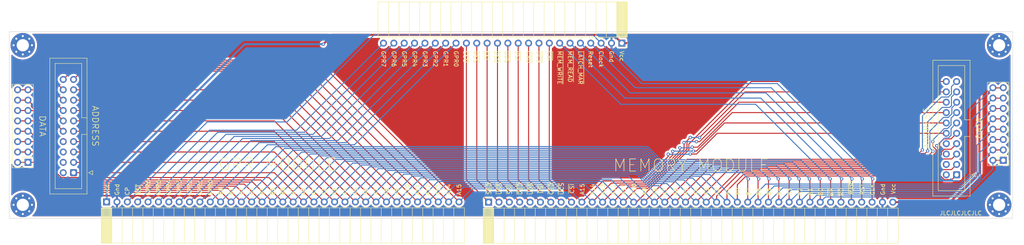
<source format=kicad_pcb>
(kicad_pcb (version 20211014) (generator pcbnew)
  (layers (0 "F.Cu" signal) (31 "B.Cu" signal) (34 "B.Paste" user) (35 "F.Paste" user) (36 "B.SilkS" user "B.Silkscreen") (37 "F.SilkS" user "F.Silkscreen") (38 "B.Mask" user) (39 "F.Mask" user) (44 "Edge.Cuts" user))
  (net 0 "")
  (net 1 "~{MEM_LATCH_MAR}")
  (net 2 "~{MEM_READ}")
  (net 3 "~{MEM_WRITE}")
  (net 4 "RESET")
  (net 5 "CLOCK")
  (net 6 "GND")
  (net 7 "VCC")
  (net 8 "~{CONTROL7}")
  (net 9 "CONTROL6")
  (net 10 "CONTROL5")
  (net 11 "CONTROL4")
  (net 12 "CONTROL3")
  (net 13 "CONTROL2")
  (net 14 "CONTROL1")
  (net 15 "CONTROL0")
  (net 16 "BUS0")
  (net 17 "BUS1")
  (net 18 "BUS2")
  (net 19 "BUS3")
  (net 20 "BUS4")
  (net 21 "BUS5")
  (net 22 "BUS6")
  (net 23 "BUS7")
  (net 32 "~{ASSERT_STACK_SEG}")
  (net 33 "~{EN_STACK_SEG}")
  (net 34 "~{LATCH_STACK_SEG}")
  (net 35 "~{ASSERT_DATA_SEG}")
  (net 36 "~{EN_DATA_SEG}")
  (net 37 "~{LATCH_DATA_SEG}")
  (net 38 "~{ASSERT_CODE_SEG}")
  (net 39 "~{EN_CODE_SEG}")
  (net 40 "~{LATCH_CODE_SEG}")
  (net 41 "A15")
  (net 42 "A14")
  (net 43 "A13")
  (net 44 "A12")
  (net 45 "A11")
  (net 46 "A10")
  (net 47 "A9")
  (net 48 "A8")
  (net 49 "A7")
  (net 50 "A6")
  (net 51 "A5")
  (net 52 "A4")
  (net 53 "A3")
  (net 54 "A2")
  (net 55 "A1")
  (net 56 "A0")
  (footprint "Connector_PinHeader_2.54mm:PinHeader_2x08_P2.54mm_Vertical" (layer "F.Cu") (at 405.892 177.546 180)
    (fp_text reference "J4" hide)
    (fp_text value "Conn_01x08" hide)
  )
  (footprint "MountingHole:MountingHole_3mm_Pad_Via" (layer "F.Cu") (at 165.608 149.352)
    (fp_text reference "REF**" hide)
    (fp_text value "MountingHole_3mm_Pad_Via" hide)
  )
  (footprint "MountingHole:MountingHole_3mm_Pad_Via" (layer "F.Cu") (at 404.876 149.352)
    (fp_text reference "REF**" hide)
    (fp_text value "MountingHole_3mm_Pad_Via" hide)
  )
  (footprint "Connector_IDC:IDC-Header_2x10_P2.54mm_Vertical" (layer "F.Cu") (at 178.054 180.594 180)
    (fp_text reference "J7" hide)
    (fp_text value "Conn_02x20_Odd_Even" hide)
  )
  (footprint "MountingHole:MountingHole_3mm_Pad_Via" (layer "F.Cu") (at 404.876 188.468)
    (fp_text reference "REF**" hide)
    (fp_text value "MountingHole_3mm_Pad_Via" hide)
  )
  (footprint "Connector_IDC:IDC-Header_2x10_P2.54mm_Vertical" (layer "F.Cu") (at 394.462 181.102 180)
    (fp_text reference "J6" hide)
    (fp_text value "Conn_02x20_Odd_Even" hide)
  )
  (footprint "Connector_PinSocket_2.54mm:PinSocket_1x40_P2.54mm_Horizontal" (layer "F.Cu") (at 279.760759 187.808242 90)
    (fp_text reference "J5" hide)
    (fp_text value "Conn_01x40" hide)
  )
  (footprint "Connector_PinHeader_2.54mm:PinHeader_2x08_P2.54mm_Vertical" (layer "F.Cu") (at 166.878 178.054 180)
    (fp_text reference "J3" hide)
    (fp_text value "Conn_01x08" hide)
  )
  (footprint "Connector_PinSocket_2.54mm:PinSocket_1x35_P2.54mm_Horizontal" (layer "F.Cu") (at 186.147323 187.751242 90)
    (fp_text reference "J2" hide)
    (fp_text value "Conn_01x35" hide)
  )
  (footprint "MountingHole:MountingHole_3mm_Pad_Via" (layer "F.Cu") (at 165.608 188.468)
    (fp_text reference "REF**" hide)
    (fp_text value "MountingHole_3mm_Pad_Via" hide)
  )
  (footprint "Connector_PinSocket_2.54mm:PinSocket_1x24_P2.54mm_Horizontal" (layer "F.Cu") (at 312.42 148.844 -90)
    (fp_text reference "J1" hide)
    (fp_text value "Conn_01x24" hide)
  )
  (gr_rect (start 162.306 191.77) (end 408.178 146.05) (layer "Edge.Cuts") (width 0.1) (fill none))
  (gr_text "A9" (at 257.290323 186.223072 90) (layer "F.SilkS") (effects (font (size 1 1)) (justify left)))
  (gr_text "B3" (at 221.730323 186.223072 90) (layer "F.SilkS") (effects (font (size 1 1)) (justify left)))
  (gr_text "A8" (at 320.513323 184.195242 90) (layer "F.SilkS") (effects (font (size 1 1)) (justify right)))
  (gr_text "A13" (at 307.813323 183.179242 90) (layer "F.SilkS") (effects (font (size 1 1)) (justify right)))
  (gr_text "B5" (at 348.453323 184.195242 90) (layer "F.SilkS") (effects (font (size 1 1)) (justify right)))
  (gr_text "A6" (at 325.593323 184.195242 90) (layer "F.SilkS") (effects (font (size 1 1)) (justify right)))
  (gr_text "A12" (at 310.353323 183.179242 90) (layer "F.SilkS") (effects (font (size 1 1)) (justify right)))
  (gr_text "~{CSI}" (at 300.193323 183.179242 90) (layer "F.SilkS") (effects (font (size 1 1)) (justify right)))
  (gr_text "~{UCS}" (at 292.1 150.622 270) (layer "F.SilkS") (effects (font (size 1 1)) (justify left)))
  (gr_text "~{UCS}" (at 297.653323 182.925242 90) (layer "F.SilkS") (effects (font (size 1 1)) (justify right)))
  (gr_text "GPR0" (at 271.78 150.622 270) (layer "F.SilkS") (effects (font (size 1 1)) (justify left)))
  (gr_text "A4" (at 330.673323 184.195242 90) (layer "F.SilkS") (effects (font (size 1 1)) (justify right)))
  (gr_text "~{RD}" (at 366.233323 184.195242 90) (layer "F.SilkS") (effects (font (size 1 1)) (justify right)))
  (gr_text "A15" (at 272.530323 186.223072 90) (layer "F.SilkS") (effects (font (size 1 1)) (justify left)))
  (gr_text "A2" (at 335.753323 184.195242 90) (layer "F.SilkS") (effects (font (size 1 1)) (justify right)))
  (gr_text "Vcc" (at 378.933323 183.179242 90) (layer "F.SilkS") (effects (font (size 1 1)) (justify right)))
  (gr_text "~{DSI}" (at 286.766 150.622 270) (layer "F.SilkS") (effects (font (size 1 1)) (justify left)))
  (gr_text "B7" (at 231.890323 186.223072 90) (layer "F.SilkS") (effects (font (size 1 1)) (justify left)))
  (gr_text "~{SSI}" (at 279.146 150.622 270) (layer "F.SilkS") (effects (font (size 1 1)) (justify left)))
  (gr_text "A10" (at 315.433323 183.179242 90) (layer "F.SilkS") (effects (font (size 1 1)) (justify right)))
  (gr_text "Gnd" (at 188.710323 186.223072 90) (layer "F.SilkS") (effects (font (size 1 1)) (justify left)))
  (gr_text "~{CSO}" (at 295.113323 182.925242 90) (layer "F.SilkS") (effects (font (size 1 1)) (justify right)))
  (gr_text "~{LATCH_MAR}" (at 302.26 150.622 270) (layer "F.SilkS") (effects (font (size 1 1)) (justify left)))
  (gr_text "GPR6" (at 256.54 150.622 270) (layer "F.SilkS") (effects (font (size 1 1)) (justify left)))
  (gr_text "A11" (at 312.893323 183.179242 90) (layer "F.SilkS") (effects (font (size 1 1)) (justify right)))
  (gr_text "DATA" (at 400.05 169.672 90) (layer "F.SilkS") (effects (font (size 1.5 1.5))))
  (gr_text "~{DSO}" (at 281.686 150.622 270) (layer "F.SilkS") (effects (font (size 1 1)) (justify left)))
  (gr_text "GPR1" (at 269.24 150.622 270) (layer "F.SilkS") (effects (font (size 1 1)) (justify left)))
  (gr_text "~{USS}" (at 276.606 150.622 270) (layer "F.SilkS") (effects (font (size 1 1)) (justify left)))
  (gr_text "B2" (at 356.073323 184.195242 90) (layer "F.SilkS") (effects (font (size 1 1)) (justify right)))
  (gr_text "A3" (at 333.213323 184.195242 90) (layer "F.SilkS") (effects (font (size 1 1)) (justify right)))
  (gr_text "Vcc" (at 186.170323 185.969072 90) (layer "F.SilkS") (effects (font (size 1 1)) (justify left)))
  (gr_text "A3" (at 242.050323 186.223072 90) (layer "F.SilkS") (effects (font (size 1 1)) (justify left)))
  (gr_text "A6" (at 249.670323 186.223072 90) (layer "F.SilkS") (effects (font (size 1 1)) (justify left)))
  (gr_text "A11" (at 262.370323 186.223072 90) (layer "F.SilkS") (effects (font (size 1 1)) (justify left)))
  (gr_text "GPR4" (at 201.410323 182.159072 90) (layer "F.SilkS") (effects (font (size 1 1)) (justify right)))
  (gr_text "MEMORY MODULE" (at 329.438 178.816) (layer "F.SilkS") (effects (font (size 3 3))))
  (gr_text "A5" (at 328.133323 184.195242 90) (layer "F.SilkS") (effects (font (size 1 1)) (justify right)))
  (gr_text "~{CSO}" (at 289.56 150.622 270) (layer "F.SilkS") (effects (font (size 1 1)) (justify left)))
  (gr_text "GPR5" (at 259.08 150.622 270) (layer "F.SilkS") (effects (font (size 1 1)) (justify left)))
  (gr_text "~{SSO}" (at 274.066 150.622 270) (layer "F.SilkS") (effects (font (size 1 1)) (justify left)))
  (gr_text "B1" (at 358.613323 184.195242 90) (layer "F.SilkS") (effects (font (size 1 1)) (justify right)))
  (gr_text "A4" (at 244.590323 186.223072 90) (layer "F.SilkS") (effects (font (size 1 1)) (justify left)))
  (gr_text "~{WR}" (at 363.693323 184.195242 90) (layer "F.SilkS") (effects (font (size 1 1)) (justify right)))
  (gr_text "A5" (at 247.130323 186.223072 90) (layer "F.SilkS") (effects (font (size 1 1)) (justify left)))
  (gr_text "A8" (at 254.750323 186.223072 90) (layer "F.SilkS") (effects (font (size 1 1)) (justify left)))
  (gr_text "~{UDS}" (at 284.226 150.622 270) (layer "F.SilkS") (effects (font (size 1 1)) (justify left)))
  (gr_text "~{RST}" (at 194.044323 186.223072 90) (layer "F.SilkS") (effects (font (size 1 1)) (justify left)))
  (gr_text "B7" (at 343.373323 184.195242 90) (layer "F.SilkS") (effects (font (size 1 1)) (justify right)))
  (gr_text "A14" (at 269.990323 186.223072 90) (layer "F.SilkS") (effects (font (size 1 1)) (justify left)))
  (gr_text "GPR6" (at 196.330323 182.159072 90) (layer "F.SilkS") (effects (font (size 1 1)) (justify right)))
  (gr_text "B2" (at 219.190323 186.223072 90) (layer "F.SilkS") (effects (font (size 1 1)) (justify left)))
  (gr_text "GPR1" (at 209.030323 182.159072 90) (layer "F.SilkS") (effects (font (size 1 1)) (justify right)))
  (gr_text "Gnd" (at 376.393323 183.179242 90) (layer "F.SilkS") (effects (font (size 1 1)) (justify right)))
  (gr_text "JLCJLCJLCJLC" (at 395.478 190.5) (layer "F.SilkS") (effects (font (size 1 1))))
  (gr_text "GPR0" (at 211.570323 182.159072 90) (layer "F.SilkS") (effects (font (size 1 1)) (justify right)))
  (gr_text "~{MARI}" (at 368.773323 182.417242 90) (layer "F.SilkS") (effects (font (size 1 1)) (justify right)))
  (gr_text "A13" (at 267.450323 186.223072 90) (layer "F.SilkS") (effects (font (size 1 1)) (justify left)))
  (gr_text "GPR2" (at 266.7 150.622 270) (layer "F.SilkS") (effects (font (size 1 1)) (justify left)))
  (gr_text "A1" (at 338.293323 184.195242 90) (layer "F.SilkS") (effects (font (size 1 1)) (justify right)))
  (gr_text "A0" (at 234.430323 186.223072 90) (layer "F.SilkS") (effects (font (size 1 1)) (justify left)))
  (gr_text "B6" (at 345.913323 184.195242 90) (layer "F.SilkS") (effects (font (size 1 1)) (justify right)))
  (gr_text "CLK" (at 373.853323 183.179242 90) (layer "F.SilkS") (effects (font (size 1 1)) (justify right)))
  (gr_text "Clock" (at 307.34 150.622 270) (layer "F.SilkS") (effects (font (size 1 1)) (justify left)))
  (gr_text "GPR3" (at 203.950323 182.159072 90) (layer "F.SilkS") (effects (font (size 1 1)) (justify right)))
  (gr_text "Reset" (at 304.8 150.622 270) (layer "F.SilkS") (effects (font (size 1 1)) (justify left)))
  (gr_text "RST" (at 371.313323 183.179242 90) (layer "F.SilkS") (effects (font (size 1 1)) (justify right)))
  (gr_text "GPR5" (at 198.870323 182.159072 90) (layer "F.SilkS") (effects (font (size 1 1)) (justify right)))
  (gr_text "~{SSI}" (at 284.953323 183.433242 90) (layer "F.SilkS") (effects (font (size 1 1)) (justify right)))
  (gr_text "B0" (at 361.153323 184.195242 90) (layer "F.SilkS") (effects (font (size 1 1)) (justify right)))
  (gr_text "B6" (at 229.350323 186.223072 90) (layer "F.SilkS") (effects (font (size 1 1)) (justify left)))
  (gr_text "A12" (at 264.910323 186.223072 90) (layer "F.SilkS") (effects (font (size 1 1)) (justify left)))
  (gr_text "~{USS}" (at 282.413323 182.925242 90) (layer "F.SilkS") (effects (font (size 1 1)) (justify right)))
  (gr_text "A14" (at 305.273323 183.179242 90) (layer "F.SilkS") (effects (font (size 1 1)) (justify right)))
  (gr_text "A9" (at 317.973323 184.195242 90) (layer "F.SilkS") (effects (font (size 1 1)) (justify right)))
  (gr_text "~{MEM_READ}" (at 299.72 150.622 270) (layer "F.SilkS") (effects (font (size 1 1)) (justify left)))
  (gr_text "~{SSO}" (at 279.873323 182.925242 90) (layer "F.SilkS") (effects (font (size 1 1)) (justify right)))
  (gr_text "DATA" (at 170.434 169.164 270) (layer "F.SilkS") (effects (font (size 1.5 1.5))))
  (gr_text "A15" (at 302.733323 183.179242 90) (layer "F.SilkS") (effects (font (size 1 1)) (justify right)))
  (gr_text "~{UDS}" (at 290.033323 182.925242 90) (layer "F.SilkS") (effects (font (size 1 1)) (justify right)))
  (gr_text "~{DSI}" (at 292.573323 183.179242 90) (layer "F.SilkS") (effects (font (size 1 1)) (justify right)))
  (gr_text "A0" (at 340.833323 184.195242 90) (layer "F.SilkS") (effects (font (size 1 1)) (justify right)))
  (gr_text "B4" (at 224.270323 186.223072 90) (layer "F.SilkS") (effects (font (size 1 1)) (justify left)))
  (gr_text "B1" (at 216.650323 186.223072 90) (layer "F.SilkS") (effects (font (size 1 1)) (justify left)))
  (gr_text "B3" (at 353.533323 184.195242 90) (layer "F.SilkS") (effects (font (size 1 1)) (justify right)))
  (gr_text "B4" (at 350.993323 184.195242 90) (layer "F.SilkS") (effects (font (size 1 1)) (justify right)))
  (gr_text "B0" (at 214.110323 186.223072 90) (layer "F.SilkS") (effects (font (size 1 1)) (justify left)))
  (gr_text "~{DSO}" (at 287.493323 182.925242 90) (layer "F.SilkS") (effects (font (size 1 1)) (justify right)))
  (gr_text "A2" (at 239.510323 186.223072 90) (layer "F.SilkS") (effects (font (size 1 1)) (justify left)))
  (gr_text "GPR2" (at 206.490323 182.159072 90) (layer "F.SilkS") (effects (font (size 1 1)) (justify right)))
  (gr_text "CP" (at 191.227323 186.223072 90) (layer "F.SilkS") (effects (font (size 1 1)) (justify left)))
  (gr_text "A7" (at 252.210323 186.223072 90) (layer "F.SilkS") (effects (font (size 1 1)) (justify left)))
  (gr_text "GRR MODULE" (at 228.092 178.562) (layer "F.SilkS") (effects (font (size 3 3))))
  (gr_text "~{CSI}" (at 294.64 150.622 270) (layer "F.SilkS") (effects (font (size 1 1)) (justify left)))
  (gr_text "ADDRESS" (at 387.096 169.672 90) (layer "F.SilkS") (effects (font (size 1.5 1.5))))
  (gr_text "A10" (at 259.830323 186.223072 90) (layer "F.SilkS") (effects (font (size 1 1)) (justify left)))
  (gr_text "GPR7" (at 254 150.622 270) (layer "F.SilkS") (effects (font (size 1 1)) (justify left)))
  (gr_text "Vcc" (at 312.42 150.622 270) (layer "F.SilkS") (effects (font (size 1 1)) (justify left)))
  (gr_text "B5" (at 226.810323 186.223072 90) (layer "F.SilkS") (effects (font (size 1 1)) (justify left)))
  (gr_text "~{MEM_WRITE}" (at 297.18 150.622 270) (layer "F.SilkS") (effects (font (size 1 1)) (justify left)))
  (gr_text "GPR4" (at 261.62 150.622 270) (layer "F.SilkS") (effects (font (size 1 1)) (justify left)))
  (gr_text "Gnd" (at 309.88 150.622 270) (layer "F.SilkS") (effects (font (size 1 1)) (justify left)))
  (gr_text "GPR3\n" (at 264.16 150.622 270) (layer "F.SilkS") (effects (font (size 1 1)) (justify left)))
  (gr_text "A1" (at 236.970323 186.223072 90) (layer "F.SilkS") (effects (font (size 1 1)) (justify left)))
  (gr_text "A7" (at 323.053323 184.195242 90) (layer "F.SilkS") (effects (font (size 1 1)) (justify right)))
  (gr_text "ADDRESS" (at 183.388 169.164 270) (layer "F.SilkS") (effects (font (size 1.5 1.5))))
  (segment (start 368.660759 182.265241) (end 368.808 182.118) (width 0.25) (layer "F.Cu") (net 1))
  (segment (start 368.660759 187.808242) (end 368.660759 182.265241) (width 0.25) (layer "F.Cu") (net 1))
  (via (at 368.808 182.118) (size 0.8) (drill 0.4) (layers "F.Cu" "B.Cu") (net 1))
  (segment (start 347.726 161.036) (end 314.452 161.036) (width 0.25) (layer "B.Cu") (net 1))
  (segment (start 314.452 161.036) (end 302.26 148.844) (width 0.25) (layer "B.Cu") (net 1))
  (segment (start 368.808 182.118) (end 347.726 161.036) (width 0.25) (layer "B.Cu") (net 1))
  (segment (start 366.120759 182.265241) (end 366.120759 187.808242) (width 0.25) (layer "F.Cu") (net 2))
  (segment (start 366.268 182.118) (end 366.120759 182.265241) (width 0.25) (layer "F.Cu") (net 2))
  (via (at 366.268 182.118) (size 0.8) (drill 0.4) (layers "F.Cu" "B.Cu") (net 2))
  (segment (start 313.182 162.306) (end 346.456 162.306) (width 0.25) (layer "B.Cu") (net 2))
  (segment (start 299.72 148.844) (end 313.182 162.306) (width 0.25) (layer "B.Cu") (net 2))
  (segment (start 346.456 162.306) (end 366.268 182.118) (width 0.25) (layer "B.Cu") (net 2))
  (segment (start 363.580759 182.224759) (end 363.474 182.118) (width 0.25) (layer "F.Cu") (net 3))
  (segment (start 363.580759 187.808242) (end 363.580759 182.224759) (width 0.25) (layer "F.Cu") (net 3))
  (via (at 363.474 182.118) (size 0.8) (drill 0.4) (layers "F.Cu" "B.Cu") (net 3))
  (segment (start 312.166 163.83) (end 297.18 148.844) (width 0.25) (layer "B.Cu") (net 3))
  (segment (start 345.186 163.83) (end 312.166 163.83) (width 0.25) (layer "B.Cu") (net 3))
  (segment (start 363.474 182.118) (end 345.186 163.83) (width 0.25) (layer "B.Cu") (net 3))
  (segment (start 371.200759 182.265241) (end 371.200759 187.808242) (width 0.25) (layer "F.Cu") (net 4))
  (segment (start 371.348 182.118) (end 371.200759 182.265241) (width 0.25) (layer "F.Cu") (net 4))
  (via (at 371.348 182.118) (size 0.8) (drill 0.4) (layers "F.Cu" "B.Cu") (net 4))
  (segment (start 304.8 148.844) (end 315.722 159.766) (width 0.25) (layer "B.Cu") (net 4))
  (segment (start 315.722 159.766) (end 329.438 159.766) (width 0.25) (layer "B.Cu") (net 4))
  (segment (start 329.438 159.766) (end 348.996 159.766) (width 0.25) (layer "B.Cu") (net 4))
  (segment (start 348.996 159.766) (end 371.348 182.118) (width 0.25) (layer "B.Cu") (net 4))
  (segment (start 373.740759 187.808242) (end 373.740759 182.265241) (width 0.25) (layer "F.Cu") (net 5))
  (segment (start 373.740759 182.265241) (end 373.888 182.118) (width 0.25) (layer "F.Cu") (net 5))
  (via (at 373.888 182.118) (size 0.8) (drill 0.4) (layers "F.Cu" "B.Cu") (net 5))
  (segment (start 317.246 158.75) (end 307.34 148.844) (width 0.25) (layer "B.Cu") (net 5))
  (segment (start 210.830565 168.148) (end 230.378 168.148) (width 0.25) (layer "B.Cu") (net 5))
  (segment (start 350.52 158.75) (end 317.246 158.75) (width 0.25) (layer "B.Cu") (net 5))
  (segment (start 305.308 146.812) (end 307.34 148.844) (width 0.25) (layer "B.Cu") (net 5))
  (segment (start 191.227323 187.751242) (end 210.830565 168.148) (width 0.25) (layer "B.Cu") (net 5))
  (segment (start 230.378 168.148) (end 251.714 146.812) (width 0.25) (layer "B.Cu") (net 5))
  (segment (start 373.888 182.118) (end 350.52 158.75) (width 0.25) (layer "B.Cu") (net 5))
  (segment (start 251.714 146.812) (end 305.308 146.812) (width 0.25) (layer "B.Cu") (net 5))
  (segment (start 239.268 149.098) (end 241.554 146.812) (width 0.5) (layer "F.Cu") (net 7))
  (segment (start 400.05 158.75) (end 400.05 180.594) (width 0.5) (layer "F.Cu") (net 7))
  (segment (start 312.42 148.844) (end 390.144 148.844) (width 0.5) (layer "F.Cu") (net 7))
  (segment (start 400.05 180.594) (end 392.835758 187.808242) (width 0.5) (layer "F.Cu") (net 7))
  (segment (start 310.388 146.812) (end 312.42 148.844) (width 0.5) (layer "F.Cu") (net 7))
  (segment (start 390.144 148.844) (end 400.05 158.75) (width 0.5) (layer "F.Cu") (net 7))
  (segment (start 241.554 146.812) (end 310.388 146.812) (width 0.5) (layer "F.Cu") (net 7))
  (segment (start 392.835758 187.808242) (end 378.820759 187.808242) (width 0.5) (layer "F.Cu") (net 7))
  (via (at 239.268 149.098) (size 0.8) (drill 0.4) (layers "F.Cu" "B.Cu") (net 7))
  (segment (start 186.147323 182.914677) (end 201.422 167.64) (width 0.5) (layer "B.Cu") (net 7))
  (segment (start 186.147323 187.751242) (end 186.147323 182.914677) (width 0.5) (layer "B.Cu") (net 7))
  (segment (start 201.422 167.64) (end 219.964 149.098) (width 0.5) (layer "B.Cu") (net 7))
  (segment (start 219.964 149.098) (end 239.268 149.098) (width 0.5) (layer "B.Cu") (net 7))
  (segment (start 254 148.844) (end 232.664 170.18) (width 0.25) (layer "B.Cu") (net 8))
  (segment (start 211.338565 170.18) (end 193.767323 187.751242) (width 0.25) (layer "B.Cu") (net 8))
  (segment (start 232.664 170.18) (end 211.338565 170.18) (width 0.25) (layer "B.Cu") (net 8))
  (segment (start 213.370565 170.688) (end 196.307323 187.751242) (width 0.25) (layer "B.Cu") (net 9))
  (segment (start 234.696 170.688) (end 213.370565 170.688) (width 0.25) (layer "B.Cu") (net 9))
  (segment (start 256.54 148.844) (end 234.696 170.688) (width 0.25) (layer "B.Cu") (net 9))
  (segment (start 215.402565 171.196) (end 198.847323 187.751242) (width 0.25) (layer "B.Cu") (net 10))
  (segment (start 236.728 171.196) (end 215.402565 171.196) (width 0.25) (layer "B.Cu") (net 10))
  (segment (start 259.08 148.844) (end 236.728 171.196) (width 0.25) (layer "B.Cu") (net 10))
  (segment (start 217.434565 171.704) (end 201.387323 187.751242) (width 0.25) (layer "B.Cu") (net 11))
  (segment (start 238.76 171.704) (end 217.434565 171.704) (width 0.25) (layer "B.Cu") (net 11))
  (segment (start 261.62 148.844) (end 238.76 171.704) (width 0.25) (layer "B.Cu") (net 11))
  (segment (start 264.16 148.844) (end 240.792 172.212) (width 0.25) (layer "B.Cu") (net 12))
  (segment (start 219.466565 172.212) (end 203.927323 187.751242) (width 0.25) (layer "B.Cu") (net 12))
  (segment (start 240.792 172.212) (end 219.466565 172.212) (width 0.25) (layer "B.Cu") (net 12))
  (segment (start 221.498565 172.72) (end 206.467323 187.751242) (width 0.25) (layer "B.Cu") (net 13))
  (segment (start 266.7 148.844) (end 242.824 172.72) (width 0.25) (layer "B.Cu") (net 13))
  (segment (start 242.824 172.72) (end 221.498565 172.72) (width 0.25) (layer "B.Cu") (net 13))
  (segment (start 269.24 148.844) (end 244.856 173.228) (width 0.25) (layer "B.Cu") (net 14))
  (segment (start 223.530565 173.228) (end 209.007323 187.751242) (width 0.25) (layer "B.Cu") (net 14))
  (segment (start 244.856 173.228) (end 223.530565 173.228) (width 0.25) (layer "B.Cu") (net 14))
  (segment (start 225.562565 173.736) (end 211.547323 187.751242) (width 0.25) (layer "B.Cu") (net 15))
  (segment (start 271.78 148.844) (end 246.888 173.736) (width 0.25) (layer "B.Cu") (net 15))
  (segment (start 246.888 173.736) (end 225.562565 173.736) (width 0.25) (layer "B.Cu") (net 15))
  (segment (start 211.756081 185.42) (end 173.99 185.42) (width 0.25) (layer "F.Cu") (net 16))
  (segment (start 360.934 182.118) (end 361.040759 182.224759) (width 0.25) (layer "F.Cu") (net 16))
  (segment (start 214.087323 187.751242) (end 211.756081 185.42) (width 0.25) (layer "F.Cu") (net 16))
  (segment (start 168.402 178.054) (end 164.338 178.054) (width 0.25) (layer "F.Cu") (net 16))
  (segment (start 169.926 179.578) (end 168.402 178.054) (width 0.25) (layer "F.Cu") (net 16))
  (segment (start 169.926 181.356) (end 169.926 179.578) (width 0.25) (layer "F.Cu") (net 16))
  (segment (start 405.892 177.546) (end 403.352 177.546) (width 0.25) (layer "F.Cu") (net 16))
  (segment (start 361.040759 182.224759) (end 361.040759 187.808242) (width 0.25) (layer "F.Cu") (net 16))
  (segment (start 173.99 185.42) (end 169.926 181.356) (width 0.25) (layer "F.Cu") (net 16))
  (via (at 360.934 182.118) (size 0.8) (drill 0.4) (layers "F.Cu" "B.Cu") (net 16))
  (segment (start 403.352 179.709928) (end 396.527354 186.534574) (width 0.25) (layer "B.Cu") (net 16))
  (segment (start 396.527354 186.534574) (end 362.314427 186.534574) (width 0.25) (layer "B.Cu") (net 16))
  (segment (start 403.352 177.546) (end 403.352 179.709928) (width 0.25) (layer "B.Cu") (net 16))
  (segment (start 318.72828 174.20228) (end 321.93498 177.40898) (width 0.25) (layer "B.Cu") (net 16))
  (segment (start 321.93498 177.40898) (end 356.22498 177.40898) (width 0.25) (layer "B.Cu") (net 16))
  (segment (start 362.314427 186.534574) (end 361.040759 187.808242) (width 0.25) (layer "B.Cu") (net 16))
  (segment (start 214.087323 187.751242) (end 227.636285 174.20228) (width 0.25) (layer "B.Cu") (net 16))
  (segment (start 227.636285 174.20228) (end 318.72828 174.20228) (width 0.25) (layer "B.Cu") (net 16))
  (segment (start 356.22498 177.40898) (end 360.934 182.118) (width 0.25) (layer "B.Cu") (net 16))
  (segment (start 170.434 177.038) (end 168.91 175.514) (width 0.25) (layer "F.Cu") (net 17))
  (segment (start 358.500759 187.808242) (end 358.500759 182.224759) (width 0.25) (layer "F.Cu") (net 17))
  (segment (start 213.788081 184.912) (end 174.244 184.912) (width 0.25) (layer "F.Cu") (net 17))
  (segment (start 170.434 181.102) (end 170.434 177.038) (width 0.25) (layer "F.Cu") (net 17))
  (segment (start 174.244 184.912) (end 170.434 181.102) (width 0.25) (layer "F.Cu") (net 17))
  (segment (start 168.91 175.514) (end 164.338 175.514) (width 0.25) (layer "F.Cu") (net 17))
  (segment (start 358.500759 182.224759) (end 358.394 182.118) (width 0.25) (layer "F.Cu") (net 17))
  (segment (start 216.627323 187.751242) (end 213.788081 184.912) (width 0.25) (layer "F.Cu") (net 17))
  (segment (start 405.887 175.021) (end 403.347 175.021) (width 0.25) (layer "F.Cu") (net 17))
  (via (at 358.394 182.118) (size 0.8) (drill 0.4) (layers "F.Cu" "B.Cu") (net 17))
  (segment (start 318.542087 174.651791) (end 229.726775 174.65179) (width 0.25) (layer "B.Cu") (net 17))
  (segment (start 354.134491 177.858491) (end 321.748786 177.85849) (width 0.25) (layer "B.Cu") (net 17))
  (segment (start 321.748786 177.85849) (end 318.542087 174.651791) (width 0.25) (layer "B.Cu") (net 17))
  (segment (start 396.341161 186.085063) (end 400.362487 182.063737) (width 0.25) (layer "B.Cu") (net 17))
  (segment (start 358.500759 187.808242) (end 360.223938 186.085063) (width 0.25) (layer "B.Cu") (net 17))
  (segment (start 358.394 182.118) (end 354.134491 177.858491) (width 0.25) (layer "B.Cu") (net 17))
  (segment (start 229.726775 174.65179) (end 216.627323 187.751242) (width 0.25) (layer "B.Cu") (net 17))
  (segment (start 400.362487 177.995513) (end 403.352 175.006) (width 0.25) (layer "B.Cu") (net 17))
  (segment (start 400.362487 182.063737) (end 400.362487 177.995513) (width 0.25) (layer "B.Cu") (net 17))
  (segment (start 360.223938 186.085063) (end 396.341161 186.085063) (width 0.25) (layer "B.Cu") (net 17))
  (segment (start 170.942 180.974296) (end 174.371704 184.404) (width 0.25) (layer "F.Cu") (net 18))
  (segment (start 164.338 172.974) (end 169.164 172.974) (width 0.25) (layer "F.Cu") (net 18))
  (segment (start 174.371704 184.404) (end 215.820081 184.404) (width 0.25) (layer "F.Cu") (net 18))
  (segment (start 169.164 172.974) (end 170.942 174.752) (width 0.25) (layer "F.Cu") (net 18))
  (segment (start 355.960759 182.224759) (end 355.960759 187.808242) (width 0.25) (layer "F.Cu") (net 18))
  (segment (start 215.820081 184.404) (end 219.167323 187.751242) (width 0.25) (layer "F.Cu") (net 18))
  (segment (start 355.854 182.118) (end 355.960759 182.224759) (width 0.25) (layer "F.Cu") (net 18))
  (segment (start 170.942 174.752) (end 170.942 180.974296) (width 0.25) (layer "F.Cu") (net 18))
  (segment (start 405.887 172.481) (end 403.347 172.481) (width 0.25) (layer "F.Cu") (net 18))
  (via (at 355.854 182.118) (size 0.8) (drill 0.4) (layers "F.Cu" "B.Cu") (net 18))
  (segment (start 231.817264 175.101301) (end 318.355894 175.101302) (width 0.25) (layer "B.Cu") (net 18))
  (segment (start 396.154967 185.635553) (end 358.133448 185.635553) (width 0.25) (layer "B.Cu") (net 18))
  (segment (start 358.133448 185.635553) (end 355.960759 187.808242) (width 0.25) (layer "B.Cu") (net 18))
  (segment (start 318.355894 175.101302) (end 321.562593 178.308001) (width 0.25) (layer "B.Cu") (net 18))
  (segment (start 219.167323 187.751242) (end 231.817264 175.101301) (width 0.25) (layer "B.Cu") (net 18))
  (segment (start 399.912978 175.905022) (end 399.912976 181.877544) (width 0.25) (layer "B.Cu") (net 18))
  (segment (start 352.044001 178.308001) (end 355.854 182.118) (width 0.25) (layer "B.Cu") (net 18))
  (segment (start 321.562593 178.308001) (end 352.044001 178.308001) (width 0.25) (layer "B.Cu") (net 18))
  (segment (start 403.352 172.466) (end 399.912978 175.905022) (width 0.25) (layer "B.Cu") (net 18))
  (segment (start 399.912976 181.877544) (end 396.154967 185.635553) (width 0.25) (layer "B.Cu") (net 18))
  (segment (start 353.420759 187.808242) (end 353.420759 182.265241) (width 0.25) (layer "F.Cu") (net 19))
  (segment (start 217.852081 183.896) (end 174.499408 183.896) (width 0.25) (layer "F.Cu") (net 19))
  (segment (start 167.259704 170.434) (end 164.338 170.434) (width 0.25) (layer "F.Cu") (net 19))
  (segment (start 353.420759 182.265241) (end 353.568 182.118) (width 0.25) (layer "F.Cu") (net 19))
  (segment (start 405.882 169.956) (end 403.342 169.956) (width 0.25) (layer "F.Cu") (net 19))
  (segment (start 174.499408 183.896) (end 171.391511 180.788103) (width 0.25) (layer "F.Cu") (net 19))
  (segment (start 221.707323 187.751242) (end 217.852081 183.896) (width 0.25) (layer "F.Cu") (net 19))
  (segment (start 171.391511 180.788103) (end 171.39151 174.565806) (width 0.25) (layer "F.Cu") (net 19))
  (segment (start 171.39151 174.565806) (end 167.259704 170.434) (width 0.25) (layer "F.Cu") (net 19))
  (via (at 353.568 182.118) (size 0.8) (drill 0.4) (layers "F.Cu" "B.Cu") (net 19))
  (segment (start 233.907752 175.550813) (end 221.707323 187.751242) (width 0.25) (layer "B.Cu") (net 19))
  (segment (start 318.169701 175.550813) (end 233.907752 175.550813) (width 0.25) (layer "B.Cu") (net 19))
  (segment (start 356.042959 185.186042) (end 395.968774 185.186042) (width 0.25) (layer "B.Cu") (net 19))
  (segment (start 353.568 182.118) (end 350.207512 178.757512) (width 0.25) (layer "B.Cu") (net 19))
  (segment (start 395.968774 185.186042) (end 399.463466 181.69135) (width 0.25) (layer "B.Cu") (net 19))
  (segment (start 399.463466 181.69135) (end 399.463466 173.814534) (width 0.25) (layer "B.Cu") (net 19))
  (segment (start 321.376399 178.757511) (end 318.169701 175.550813) (width 0.25) (layer "B.Cu") (net 19))
  (segment (start 350.207512 178.757512) (end 321.376399 178.757511) (width 0.25) (layer "B.Cu") (net 19))
  (segment (start 353.420759 187.808242) (end 356.042959 185.186042) (width 0.25) (layer "B.Cu") (net 19))
  (segment (start 399.463466 173.814534) (end 403.352 169.926) (width 0.25) (layer "B.Cu") (net 19))
  (segment (start 171.841021 169.809021) (end 171.841021 180.601909) (width 0.25) (layer "F.Cu") (net 20))
  (segment (start 350.880759 182.224759) (end 350.880759 187.808242) (width 0.25) (layer "F.Cu") (net 20))
  (segment (start 350.774 182.118) (end 350.880759 182.224759) (width 0.25) (layer "F.Cu") (net 20))
  (segment (start 219.884081 183.388) (end 224.247323 187.751242) (width 0.25) (layer "F.Cu") (net 20))
  (segment (start 171.841021 180.601909) (end 174.627112 183.388) (width 0.25) (layer "F.Cu") (net 20))
  (segment (start 405.887 167.401) (end 403.347 167.401) (width 0.25) (layer "F.Cu") (net 20))
  (segment (start 174.627112 183.388) (end 219.884081 183.388) (width 0.25) (layer "F.Cu") (net 20))
  (segment (start 164.338 167.894) (end 169.926 167.894) (width 0.25) (layer "F.Cu") (net 20))
  (segment (start 169.926 167.894) (end 171.841021 169.809021) (width 0.25) (layer "F.Cu") (net 20))
  (via (at 350.774 182.118) (size 0.8) (drill 0.4) (layers "F.Cu" "B.Cu") (net 20))
  (segment (start 399.013956 171.724044) (end 399.013955 181.505157) (width 0.25) (layer "B.Cu") (net 20))
  (segment (start 317.983508 176.000324) (end 321.190206 179.207022) (width 0.25) (layer "B.Cu") (net 20))
  (segment (start 399.013955 181.505157) (end 395.78258 184.736532) (width 0.25) (layer "B.Cu") (net 20))
  (segment (start 395.78258 184.736532) (end 353.952469 184.736532) (width 0.25) (layer "B.Cu") (net 20))
  (segment (start 224.247323 187.751242) (end 235.998241 176.000324) (width 0.25) (layer "B.Cu") (net 20))
  (segment (start 321.190206 179.207022) (end 347.863023 179.207023) (width 0.25) (layer "B.Cu") (net 20))
  (segment (start 403.352 167.386) (end 399.013956 171.724044) (width 0.25) (layer "B.Cu") (net 20))
  (segment (start 347.863023 179.207023) (end 350.774 182.118) (width 0.25) (layer "B.Cu") (net 20))
  (segment (start 235.998241 176.000324) (end 317.983508 176.000324) (width 0.25) (layer "B.Cu") (net 20))
  (segment (start 353.952469 184.736532) (end 350.880759 187.808242) (width 0.25) (layer "B.Cu") (net 20))
  (segment (start 174.867582 182.88) (end 172.290533 180.302951) (width 0.25) (layer "F.Cu") (net 21))
  (segment (start 172.290531 169.622827) (end 168.021704 165.354) (width 0.25) (layer "F.Cu") (net 21))
  (segment (start 348.340759 182.265241) (end 348.488 182.118) (width 0.25) (layer "F.Cu") (net 21))
  (segment (start 172.290533 180.302951) (end 172.290531 169.622827) (width 0.25) (layer "F.Cu") (net 21))
  (segment (start 168.021704 165.354) (end 164.338 165.354) (width 0.25) (layer "F.Cu") (net 21))
  (segment (start 221.916081 182.88) (end 174.867582 182.88) (width 0.25) (layer "F.Cu") (net 21))
  (segment (start 348.340759 187.808242) (end 348.340759 182.265241) (width 0.25) (layer "F.Cu") (net 21))
  (segment (start 405.882 164.876) (end 403.342 164.876) (width 0.25) (layer "F.Cu") (net 21))
  (segment (start 226.787323 187.751242) (end 221.916081 182.88) (width 0.25) (layer "F.Cu") (net 21))
  (via (at 348.488 182.118) (size 0.8) (drill 0.4) (layers "F.Cu" "B.Cu") (net 21))
  (segment (start 346.026534 179.656534) (end 321.004013 179.656533) (width 0.25) (layer "B.Cu") (net 21))
  (segment (start 398.564444 181.318964) (end 398.564445 169.633555) (width 0.25) (layer "B.Cu") (net 21))
  (segment (start 321.004013 179.656533) (end 317.797315 176.449835) (width 0.25) (layer "B.Cu") (net 21))
  (segment (start 238.08873 176.449835) (end 226.787323 187.751242) (width 0.25) (layer "B.Cu") (net 21))
  (segment (start 348.340759 187.808242) (end 351.86198 184.287021) (width 0.25) (layer "B.Cu") (net 21))
  (segment (start 395.596387 184.287021) (end 398.564444 181.318964) (width 0.25) (layer "B.Cu") (net 21))
  (segment (start 348.488 182.118) (end 346.026534 179.656534) (width 0.25) (layer "B.Cu") (net 21))
  (segment (start 398.564445 169.633555) (end 403.352 164.846) (width 0.25) (layer "B.Cu") (net 21))
  (segment (start 317.797315 176.449835) (end 238.08873 176.449835) (width 0.25) (layer "B.Cu") (net 21))
  (segment (start 351.86198 184.287021) (end 395.596387 184.287021) (width 0.25) (layer "B.Cu") (net 21))
  (segment (start 405.882 162.336) (end 403.342 162.336) (width 0.25) (layer "F.Cu") (net 22))
  (segment (start 167.728 164.424592) (end 172.740042 169.436634) (width 0.25) (layer "F.Cu") (net 22))
  (segment (start 174.995286 182.372) (end 223.948081 182.372) (width 0.25) (layer "F.Cu") (net 22))
  (segment (start 172.740044 180.116758) (end 174.995286 182.372) (width 0.25) (layer "F.Cu") (net 22))
  (segment (start 172.740042 174.007226) (end 172.740044 180.116758) (width 0.25) (layer "F.Cu") (net 22))
  (segment (start 345.948 182.118) (end 345.800759 182.265241) (width 0.25) (layer "F.Cu") (net 22))
  (segment (start 345.800759 182.265241) (end 345.800759 187.808242) (width 0.25) (layer "F.Cu") (net 22))
  (segment (start 172.740042 169.436634) (end 172.740042 174.007226) (width 0.25) (layer "F.Cu") (net 22))
  (segment (start 164.338 162.814) (end 166.878 162.814) (width 0.25) (layer "F.Cu") (net 22))
  (segment (start 166.878 162.814) (end 167.728 163.664) (width 0.25) (layer "F.Cu") (net 22))
  (segment (start 167.728 163.664) (end 167.728 164.424592) (width 0.25) (layer "F.Cu") (net 22))
  (segment (start 223.948081 182.372) (end 229.327323 187.751242) (width 0.25) (layer "F.Cu") (net 22))
  (via (at 345.948 182.118) (size 0.8) (drill 0.4) (layers "F.Cu" "B.Cu") (net 22))
  (segment (start 395.410193 183.837511) (end 349.771491 183.83751) (width 0.25) (layer "B.Cu") (net 22))
  (segment (start 240.179219 176.899346) (end 317.611122 176.899346) (width 0.25) (layer "B.Cu") (net 22))
  (segment (start 349.771491 183.83751) (end 345.800759 187.808242) (width 0.25) (layer "B.Cu") (net 22))
  (segment (start 398.114933 181.132771) (end 395.410193 183.837511) (width 0.25) (layer "B.Cu") (net 22))
  (segment (start 229.327323 187.751242) (end 240.179219 176.899346) (width 0.25) (layer "B.Cu") (net 22))
  (segment (start 320.81782 180.106044) (end 343.936045 180.106045) (width 0.25) (layer "B.Cu") (net 22))
  (segment (start 398.114934 167.543066) (end 398.114933 181.132771) (width 0.25) (layer "B.Cu") (net 22))
  (segment (start 343.936045 180.106045) (end 345.948 182.118) (width 0.25) (layer "B.Cu") (net 22))
  (segment (start 403.352 162.306) (end 398.114934 167.543066) (width 0.25) (layer "B.Cu") (net 22))
  (segment (start 317.611122 176.899346) (end 320.81782 180.106044) (width 0.25) (layer "B.Cu") (net 22))
  (segment (start 173.189555 168.870147) (end 171.39151 167.072102) (width 0.25) (layer "F.Cu") (net 23))
  (segment (start 173.189555 179.930565) (end 173.189555 168.870147) (width 0.25) (layer "F.Cu") (net 23))
  (segment (start 169.164 160.274) (end 164.338 160.274) (width 0.25) (layer "F.Cu") (net 23))
  (segment (start 405.877 159.811) (end 403.337 159.811) (width 0.25) (layer "F.Cu") (net 23))
  (segment (start 171.39151 162.50151) (end 169.164 160.274) (width 0.25) (layer "F.Cu") (net 23))
  (segment (start 175.027501 181.768511) (end 173.189555 179.930565) (width 0.25) (layer "F.Cu") (net 23))
  (segment (start 343.260759 187.808242) (end 343.260759 182.265241) (width 0.25) (layer "F.Cu") (net 23))
  (segment (start 171.39151 167.072102) (end 171.39151 162.50151) (width 0.25) (layer "F.Cu") (net 23))
  (segment (start 231.867323 187.751242) (end 225.884592 181.768511) (width 0.25) (layer "F.Cu") (net 23))
  (segment (start 225.884592 181.768511) (end 175.027501 181.768511) (width 0.25) (layer "F.Cu") (net 23))
  (segment (start 343.260759 182.265241) (end 343.408 182.118) (width 0.25) (layer "F.Cu") (net 23))
  (via (at 343.408 182.118) (size 0.8) (drill 0.4) (layers "F.Cu" "B.Cu") (net 23))
  (segment (start 395.224 183.388) (end 347.681001 183.388) (width 0.25) (layer "B.Cu") (net 23))
  (segment (start 397.665423 165.452577) (end 397.665423 180.946577) (width 0.25) (layer "B.Cu") (net 23))
  (segment (start 341.845556 180.555556) (end 320.631627 180.555555) (width 0.25) (layer "B.Cu") (net 23))
  (segment (start 343.408 182.118) (end 341.845556 180.555556) (width 0.25) (layer "B.Cu") (net 23))
  (segment (start 320.631627 180.555555) (end 317.424929 177.348857) (width 0.25) (layer "B.Cu") (net 23))
  (segment (start 242.269708 177.348857) (end 231.867323 187.751242) (width 0.25) (layer "B.Cu") (net 23))
  (segment (start 403.352 159.766) (end 397.665423 165.452577) (width 0.25) (layer "B.Cu") (net 23))
  (segment (start 347.681001 183.388) (end 343.260759 187.808242) (width 0.25) (layer "B.Cu") (net 23))
  (segment (start 317.424929 177.348857) (end 242.269708 177.348857) (width 0.25) (layer "B.Cu") (net 23))
  (segment (start 397.665423 180.946577) (end 395.224 183.388) (width 0.25) (layer "B.Cu") (net 23))
  (segment (start 274.32 182.367483) (end 279.760759 187.808242) (width 0.25) (layer "F.Cu") (net 32))
  (segment (start 274.32 148.844) (end 274.32 182.367483) (width 0.25) (layer "F.Cu") (net 32))
  (segment (start 276.86 182.367483) (end 282.300759 187.808242) (width 0.25) (layer "F.Cu") (net 33))
  (segment (start 276.86 148.844) (end 276.86 182.367483) (width 0.25) (layer "F.Cu") (net 33))
  (segment (start 279.4 148.844) (end 279.4 182.367483) (width 0.25) (layer "F.Cu") (net 34))
  (segment (start 279.4 182.367483) (end 284.840759 187.808242) (width 0.25) (layer "F.Cu") (net 34))
  (segment (start 281.94 148.844) (end 281.94 182.367483) (width 0.25) (layer "F.Cu") (net 35))
  (segment (start 281.94 182.367483) (end 287.380759 187.808242) (width 0.25) (layer "F.Cu") (net 35))
  (segment (start 284.48 148.844) (end 284.48 182.367483) (width 0.25) (layer "F.Cu") (net 36))
  (segment (start 284.48 182.367483) (end 289.920759 187.808242) (width 0.25) (layer "F.Cu") (net 36))
  (segment (start 287.02 182.367483) (end 292.460759 187.808242) (width 0.25) (layer "F.Cu") (net 37))
  (segment (start 287.02 148.844) (end 287.02 182.367483) (width 0.25) (layer "F.Cu") (net 37))
  (segment (start 289.56 148.844) (end 289.56 182.367483) (width 0.25) (layer "F.Cu") (net 38))
  (segment (start 289.56 182.367483) (end 295.000759 187.808242) (width 0.25) (layer "F.Cu") (net 38))
  (segment (start 292.1 182.367483) (end 297.540759 187.808242) (width 0.25) (layer "F.Cu") (net 39))
  (segment (start 292.1 148.844) (end 292.1 182.367483) (width 0.25) (layer "F.Cu") (net 39))
  (segment (start 294.64 182.367483) (end 300.080759 187.808242) (width 0.25) (layer "F.Cu") (net 40))
  (segment (start 294.64 148.844) (end 294.64 182.367483) (width 0.25) (layer "F.Cu") (net 40))
  (segment (start 335.788 170.942) (end 330.708 176.022) (width 0.25) (layer "F.Cu") (net 41))
  (segment (start 237.761018 153.004937) (end 175.671063 153.004937) (width 0.25) (layer "F.Cu") (net 41))
  (segment (start 302.620759 187.808242) (end 307.803001 182.626) (width 0.25) (layer "F.Cu") (net 41))
  (segment (start 175.671063 153.004937) (end 171.958 156.718) (width 0.25) (layer "F.Cu") (net 41))
  (segment (start 317.754 182.626) (end 323.794392 176.585608) (width 0.25) (layer "F.Cu") (net 41))
  (segment (start 323.794392 176.585608) (end 323.794392 176.077607) (width 0.25) (layer "F.Cu") (net 41))
  (segment (start 391.922 170.942) (end 335.788 170.942) (width 0.25) (layer "F.Cu") (net 41))
  (segment (start 272.507323 187.751242) (end 237.761018 153.004937) (width 0.25) (layer "F.Cu") (net 41))
  (segment (start 171.958 166.878) (end 175.514 170.434) (width 0.25) (layer "F.Cu") (net 41))
  (segment (start 330.708 176.022) (end 329.184 176.022) (width 0.25) (layer "F.Cu") (net 41))
  (segment (start 171.958 156.718) (end 171.958 166.878) (width 0.25) (layer "F.Cu") (net 41))
  (segment (start 307.803001 182.626) (end 317.754 182.626) (width 0.25) (layer "F.Cu") (net 41))
  (via (at 329.184 176.022) (size 0.8) (drill 0.4) (layers "F.Cu" "B.Cu") (net 41))
  (via (at 323.794392 176.077607) (size 0.8) (drill 0.4) (layers "F.Cu" "B.Cu") (net 41))
  (segment (start 302.620759 187.808242) (end 299.353546 184.541029) (width 0.25) (layer "B.Cu") (net 41))
  (segment (start 329.128393 176.077607) (end 329.184 176.022) (width 0.25) (layer "B.Cu") (net 41))
  (segment (start 299.353546 184.541029) (end 275.717542 184.541023) (width 0.25) (layer "B.Cu") (net 41))
  (segment (start 323.794392 176.077607) (end 329.128393 176.077607) (width 0.25) (layer "B.Cu") (net 41))
  (segment (start 275.717542 184.541023) (end 272.507323 187.751242) (width 0.25) (layer "B.Cu") (net 41))
  (segment (start 305.160759 187.808242) (end 309.835001 183.134) (width 0.25) (layer "F.Cu") (net 42))
  (segment (start 330.6705 175.2975) (end 329.94005 175.2975) (width 0.25) (layer "F.Cu") (net 42))
  (segment (start 324.866 176.276) (end 324.866 175.353107) (width 0.25) (layer "F.Cu") (net 42))
  (segment (start 175.514 167.894) (end 172.466 164.846) (width 0.25) (layer "F.Cu") (net 42))
  (segment (start 172.466 164.846) (end 172.466 156.845704) (width 0.25) (layer "F.Cu") (net 42))
  (segment (start 309.835001 183.134) (end 318.008 183.134) (width 0.25) (layer "F.Cu") (net 42))
  (segment (start 172.466 156.845704) (end 175.857256 153.454448) (width 0.25) (layer "F.Cu") (net 42))
  (segment (start 175.857256 153.454448) (end 235.670529 153.454448) (width 0.25) (layer "F.Cu") (net 42))
  (segment (start 318.008 183.134) (end 324.866 176.276) (width 0.25) (layer "F.Cu") (net 42))
  (segment (start 235.670529 153.454448) (end 269.967323 187.751242) (width 0.25) (layer "F.Cu") (net 42))
  (segment (start 391.922 168.402) (end 337.566 168.402) (width 0.25) (layer "F.Cu") (net 42))
  (segment (start 337.566 168.402) (end 330.6705 175.2975) (width 0.25) (layer "F.Cu") (net 42))
  (via (at 324.866 175.353107) (size 0.8) (drill 0.4) (layers "F.Cu" "B.Cu") (net 42))
  (via (at 329.94005 175.2975) (size 0.8) (drill 0.4) (layers "F.Cu" "B.Cu") (net 42))
  (segment (start 301.444036 184.091519) (end 305.160759 187.808242) (width 0.25) (layer "B.Cu") (net 42))
  (segment (start 273.627046 184.091519) (end 301.444036 184.091519) (width 0.25) (layer "B.Cu") (net 42))
  (segment (start 269.967323 187.751242) (end 273.627046 184.091519) (width 0.25) (layer "B.Cu") (net 42))
  (segment (start 324.921608 175.297499) (end 329.94005 175.2975) (width 0.25) (layer "B.Cu") (net 42))
  (segment (start 324.866 175.353107) (end 324.921608 175.297499) (width 0.25) (layer "B.Cu") (net 42))
  (segment (start 391.922 165.862) (end 339.470296 165.862) (width 0.25) (layer "F.Cu") (net 43))
  (segment (start 326.644 175.26) (end 326.644 174.498) (width 0.25) (layer "F.Cu") (net 43))
  (segment (start 176.04345 153.903958) (end 172.974 156.973408) (width 0.25) (layer "F.Cu") (net 43))
  (segment (start 267.427323 187.751242) (end 233.580039 153.903958) (width 0.25) (layer "F.Cu") (net 43))
  (segment (start 330.990102 174.342194) (end 329.646121 174.342194) (width 0.25) (layer "F.Cu") (net 43))
  (segment (start 339.470296 165.862) (end 330.990102 174.342194) (width 0.25) (layer "F.Cu") (net 43))
  (segment (start 318.320489 183.583511) (end 326.644 175.26) (width 0.25) (layer "F.Cu") (net 43))
  (segment (start 172.974 156.973408) (end 172.974 162.814) (width 0.25) (layer "F.Cu") (net 43))
  (segment (start 307.700759 187.808242) (end 311.92549 183.583511) (width 0.25) (layer "F.Cu") (net 43))
  (segment (start 311.92549 183.583511) (end 318.320489 183.583511) (width 0.25) (layer "F.Cu") (net 43))
  (segment (start 233.580039 153.903958) (end 176.04345 153.903958) (width 0.25) (layer "F.Cu") (net 43))
  (segment (start 172.974 162.814) (end 175.514 165.354) (width 0.25) (layer "F.Cu") (net 43))
  (via (at 326.644 174.498) (size 0.8) (drill 0.4) (layers "F.Cu" "B.Cu") (net 43))
  (via (at 329.646121 174.342194) (size 0.8) (drill 0.4) (layers "F.Cu" "B.Cu") (net 43))
  (segment (start 303.534526 183.642009) (end 271.536565 183.642) (width 0.25) (layer "B.Cu") (net 43))
  (segment (start 326.644 174.498) (end 329.490315 174.498) (width 0.25) (layer "B.Cu") (net 43))
  (segment (start 329.490315 174.498) (end 329.646121 174.342194) (width 0.25) (layer "B.Cu") (net 43))
  (segment (start 271.536565 183.642) (end 267.427323 187.751242) (width 0.25) (layer "B.Cu") (net 43))
  (segment (start 307.700759 187.808242) (end 303.534526 183.642009) (width 0.25) (layer "B.Cu") (net 43))
  (segment (start 391.922 163.322) (end 341.122 163.322) (width 0.25) (layer "F.Cu") (net 44))
  (segment (start 327.66 174.879704) (end 327.66 173.228) (width 0.25) (layer "F.Cu") (net 44))
  (segment (start 336.55 167.894) (end 331.47 172.974) (width 0.25) (layer "F.Cu") (net 44))
  (segment (start 176.229643 154.353469) (end 231.48955 154.353469) (width 0.25) (layer "F.Cu") (net 44))
  (segment (start 318.506682 184.033022) (end 327.66 174.879704) (width 0.25) (layer "F.Cu") (net 44))
  (segment (start 310.240759 187.808242) (end 314.015979 184.033022) (width 0.25) (layer "F.Cu") (net 44))
  (segment (start 314.015979 184.033022) (end 318.506682 184.033022) (width 0.25) (layer "F.Cu") (net 44))
  (segment (start 175.514 162.814) (end 173.482 160.782) (width 0.25) (layer "F.Cu") (net 44))
  (segment (start 173.482 157.101112) (end 176.229643 154.353469) (width 0.25) (layer "F.Cu") (net 44))
  (segment (start 231.48955 154.353469) (end 264.887323 187.751242) (width 0.25) (layer "F.Cu") (net 44))
  (segment (start 331.47 172.974) (end 330.708 172.974) (width 0.25) (layer "F.Cu") (net 44))
  (segment (start 173.482 160.782) (end 173.482 157.101112) (width 0.25) (layer "F.Cu") (net 44))
  (segment (start 341.122 163.322) (end 336.55 167.894) (width 0.25) (layer "F.Cu") (net 44))
  (via (at 327.66 173.228) (size 0.8) (drill 0.4) (layers "F.Cu" "B.Cu") (net 44))
  (via (at 330.708 172.974) (size 0.8) (drill 0.4) (layers "F.Cu" "B.Cu") (net 44))
  (segment (start 330.708 172.974) (end 327.914 172.974) (width 0.25) (layer "B.Cu") (net 44))
  (segment (start 305.625016 183.192499) (end 310.240759 187.808242) (width 0.25) (layer "B.Cu") (net 44))
  (segment (start 264.887323 187.751242) (end 269.446066 183.192499) (width 0.25) (layer "B.Cu") (net 44))
  (segment (start 327.914 172.974) (end 327.66 173.228) (width 0.25) (layer "B.Cu") (net 44))
  (segment (start 269.446066 183.192499) (end 305.625016 183.192499) (width 0.25) (layer "B.Cu") (net 44))
  (segment (start 173.99 158.75) (end 175.514 160.274) (width 0.25) (layer "F.Cu") (net 45))
  (segment (start 342.637401 160.782) (end 331.447725 171.971676) (width 0.25) (layer "F.Cu") (net 45))
  (segment (start 316.106469 184.482532) (end 312.780759 187.808242) (width 0.25) (layer "F.Cu") (net 45))
  (segment (start 391.922 160.782) (end 342.637401 160.782) (width 0.25) (layer "F.Cu") (net 45))
  (segment (start 318.700068 184.482532) (end 316.106469 184.482532) (width 0.25) (layer "F.Cu") (net 45))
  (segment (start 329.184 171.958) (end 328.384501 172.757499) (width 0.25) (layer "F.Cu") (net 45))
  (segment (start 173.99 157.228816) (end 173.99 158.75) (width 0.25) (layer "F.Cu") (net 45))
  (segment (start 328.384501 172.757499) (end 328.384501 174.798099) (width 0.25) (layer "F.Cu") (net 45))
  (segment (start 176.415837 154.802979) (end 173.99 157.228816) (width 0.25) (layer "F.Cu") (net 45))
  (segment (start 262.347323 187.751242) (end 229.39906 154.802979) (width 0.25) (layer "F.Cu") (net 45))
  (segment (start 229.39906 154.802979) (end 176.415837 154.802979) (width 0.25) (layer "F.Cu") (net 45))
  (segment (start 328.384501 174.798099) (end 318.700068 184.482532) (width 0.25) (layer "F.Cu") (net 45))
  (via (at 331.447725 171.971676) (size 0.8) (drill 0.4) (layers "F.Cu" "B.Cu") (net 45))
  (via (at 329.184 171.958) (size 0.8) (drill 0.4) (layers "F.Cu" "B.Cu") (net 45))
  (segment (start 267.355586 182.742979) (end 262.347323 187.751242) (width 0.25) (layer "B.Cu") (net 45))
  (segment (start 331.434049 171.958) (end 331.447725 171.971676) (width 0.25) (layer "B.Cu") (net 45))
  (segment (start 312.780759 187.808242) (end 307.715506 182.742989) (width 0.25) (layer "B.Cu") (net 45))
  (segment (start 329.184 171.958) (end 331.434049 171.958) (width 0.25) (layer "B.Cu") (net 45))
  (segment (start 307.715506 182.742989) (end 267.355586 182.742979) (width 0.25) (layer "B.Cu") (net 45))
  (segment (start 227.308571 155.25249) (end 259.807323 187.751242) (width 0.25) (layer "F.Cu") (net 46))
  (segment (start 177.99551 155.25249) (end 227.308571 155.25249) (width 0.25) (layer "F.Cu") (net 46))
  (segment (start 344.152801 158.242) (end 328.834012 173.560789) (width 0.25) (layer "F.Cu") (net 46))
  (segment (start 175.514 157.734) (end 177.99551 155.25249) (width 0.25) (layer "F.Cu") (net 46))
  (segment (start 391.922 158.242) (end 344.152801 158.242) (width 0.25) (layer "F.Cu") (net 46))
  (segment (start 328.834012 173.560789) (end 328.834012 174.984292) (width 0.25) (layer "F.Cu") (net 46))
  (segment (start 316.010062 187.808242) (end 315.320759 187.808242) (width 0.25) (layer "F.Cu") (net 46))
  (segment (start 328.834012 174.984292) (end 316.010062 187.808242) (width 0.25) (layer "F.Cu") (net 46))
  (segment (start 265.265096 182.293469) (end 309.805995 182.293478) (width 0.25) (layer "B.Cu") (net 46))
  (segment (start 259.807323 187.751242) (end 265.265096 182.293469) (width 0.25) (layer "B.Cu") (net 46))
  (segment (start 309.805995 182.293478) (end 315.320759 187.808242) (width 0.25) (layer "B.Cu") (net 46))
  (segment (start 178.054 157.734) (end 180.086 155.702) (width 0.25) (layer "F.Cu") (net 47))
  (segment (start 383.769967 177.310401) (end 386.074368 175.006) (width 0.25) (layer "F.Cu") (net 47))
  (segment (start 317.860759 187.808242) (end 328.3586 177.310401) (width 0.25) (layer "F.Cu") (net 47))
  (segment (start 386.074368 175.006) (end 386.08 175.006) (width 0.25) (layer "F.Cu") (net 47))
  (segment (start 180.086 155.702) (end 225.218081 155.702) (width 0.25) (layer "F.Cu") (net 47))
  (segment (start 225.218081 155.702) (end 257.267323 187.751242) (width 0.25) (layer "F.Cu") (net 47))
  (segment (start 328.3586 177.310401) (end 383.769967 177.310401) (width 0.25) (layer "F.Cu") (net 47))
  (via (at 386.08 175.006) (size 0.8) (drill 0.4) (layers "F.Cu" "B.Cu") (net 47))
  (segment (start 393.192 161.29) (end 392.43 162.052) (width 0.25) (layer "B.Cu") (net 47))
  (segment (start 390.710495 162.052) (end 386.08 166.682495) (width 0.25) (layer "B.Cu") (net 47))
  (segment (start 317.860759 187.808242) (end 311.896484 181.843967) (width 0.25) (layer "B.Cu") (net 47))
  (segment (start 392.43 162.052) (end 390.710495 162.052) (width 0.25) (layer "B.Cu") (net 47))
  (segment (start 393.192 159.512) (end 393.192 161.29) (width 0.25) (layer "B.Cu") (net 47))
  (segment (start 311.896484 181.843967) (end 263.174607 181.843958) (width 0.25) (layer "B.Cu") (net 47))
  (segment (start 394.462 158.242) (end 393.192 159.512) (width 0.25) (layer "B.Cu") (net 47))
  (segment (start 263.174607 181.843958) (end 257.267323 187.751242) (width 0.25) (layer "B.Cu") (net 47))
  (segment (start 386.08 166.682495) (end 386.08 175.006) (width 0.25) (layer "B.Cu") (net 47))
  (segment (start 254.727323 187.751242) (end 227.250081 160.274) (width 0.25) (layer "F.Cu") (net 48))
  (segment (start 385.851137 175.864936) (end 386.745064 175.864936) (width 0.25) (layer "F.Cu") (net 48))
  (segment (start 386.745064 175.864936) (end 387.35 175.26) (width 0.25) (layer "F.Cu") (net 48))
  (segment (start 330.449089 177.759912) (end 383.95616 177.759912) (width 0.25) (layer "F.Cu") (net 48))
  (segment (start 383.95616 177.759912) (end 385.851137 175.864936) (width 0.25) (layer "F.Cu") (net 48))
  (segment (start 320.400759 187.808242) (end 330.449089 177.759912) (width 0.25) (layer "F.Cu") (net 48))
  (segment (start 227.250081 160.274) (end 178.054 160.274) (width 0.25) (layer "F.Cu") (net 48))
  (via (at 387.35 175.26) (size 0.8) (drill 0.4) (layers "F.Cu" "B.Cu") (net 48))
  (segment (start 393.192 164.152505) (end 392.752505 164.592) (width 0.25) (layer "B.Cu") (net 48))
  (segment (start 261.084117 181.394448) (end 313.986973 181.394456) (width 0.25) (layer "B.Cu") (net 48))
  (segment (start 387.35 168.148) (end 387.35 175.26) (width 0.25) (layer "B.Cu") (net 48))
  (segment (start 254.727323 187.751242) (end 261.084117 181.394448) (width 0.25) (layer "B.Cu") (net 48))
  (segment (start 393.192 162.052) (end 393.192 164.152505) (width 0.25) (layer "B.Cu") (net 48))
  (segment (start 390.906 164.592) (end 387.35 168.148) (width 0.25) (layer "B.Cu") (net 48))
  (segment (start 313.986973 181.394456) (end 320.400759 187.808242) (width 0.25) (layer "B.Cu") (net 48))
  (segment (start 394.462 160.782) (end 393.192 162.052) (width 0.25) (layer "B.Cu") (net 48))
  (segment (start 392.752505 164.592) (end 390.906 164.592) (width 0.25) (layer "B.Cu") (net 48))
  (segment (start 322.940759 187.808242) (end 332.539578 178.209423) (width 0.25) (layer "F.Cu") (net 49))
  (segment (start 386.782104 176.314447) (end 387.680796 176.314446) (width 0.25) (layer "F.Cu") (net 49))
  (segment (start 386.037331 176.314446) (end 386.782104 176.314447) (width 0.25) (layer "F.Cu") (net 49))
  (segment (start 332.539578 178.209423) (end 384.142353 178.209423) (width 0.25) (layer "F.Cu") (net 49))
  (segment (start 252.187323 187.751242) (end 227.250081 162.814) (width 0.25) (layer "F.Cu") (net 49))
  (segment (start 387.680796 176.314446) (end 388.67445 175.320792) (width 0.25) (layer "F.Cu") (net 49))
  (segment (start 384.142353 178.209423) (end 386.037331 176.314446) (width 0.25) (layer "F.Cu") (net 49))
  (segment (start 227.250081 162.814) (end 178.054 162.814) (width 0.25) (layer "F.Cu") (net 49))
  (via (at 388.67445 175.320792) (size 0.8) (drill 0.4) (layers "F.Cu" "B.Cu") (net 49))
  (segment (start 393.287489 166.157521) (end 393.287489 164.69272) (width 0.25) (layer "B.Cu") (net 49))
  (segment (start 322.798682 187.808242) (end 315.935385 180.944945) (width 0.25) (layer "B.Cu") (net 49))
  (segment (start 394.462 163.518209) (end 394.462 163.322) (width 0.25) (layer "B.Cu") (net 49))
  (segment (start 393.287489 164.69272) (end 394.462 163.518209) (width 0.25) (layer "B.Cu") (net 49))
  (segment (start 391.255489 167.036511) (end 392.408499 167.036511) (width 0.25) (layer "B.Cu") (net 49))
  (segment (start 388.67445 175.320792) (end 387.895499 174.541841) (width 0.25) (layer "B.Cu") (net 49))
  (segment (start 392.408499 167.036511) (end 393.287489 166.157521) (width 0.25) (layer "B.Cu") (net 49))
  (segment (start 387.895499 174.541841) (end 387.895499 170.396501) (width 0.25) (layer "B.Cu") (net 49))
  (segment (start 387.895499 170.396501) (end 391.255489 167.036511) (width 0.25) (layer "B.Cu") (net 49))
  (segment (start 315.935385 180.944945) (end 258.99362 180.944945) (width 0.25) (layer "B.Cu") (net 49))
  (segment (start 258.99362 180.944945) (end 252.187323 187.751242) (width 0.25) (layer "B.Cu") (net 49))
  (segment (start 322.940759 187.808242) (end 322.798682 187.808242) (width 0.25) (layer "B.Cu") (net 49))
  (segment (start 389.398956 174.885936) (end 388.62 174.10698) (width 0.25) (layer "F.Cu") (net 50))
  (segment (start 227.250081 165.354) (end 178.054 165.354) (width 0.25) (layer "F.Cu") (net 50))
  (segment (start 386.223523 176.763957) (end 386.59591 176.763958) (width 0.25) (layer "F.Cu") (net 50))
  (segment (start 334.630067 178.658934) (end 384.328546 178.658934) (width 0.25) (layer "F.Cu") (net 50))
  (segment (start 388.258711 176.763956) (end 389.398956 175.623711) (width 0.25) (layer "F.Cu") (net 50))
  (segment (start 249.647323 187.751242) (end 227.250081 165.354) (width 0.25) (layer "F.Cu") (net 50))
  (segment (start 388.62 174.10698) (end 388.62 172.974) (width 0.25) (layer "F.Cu") (net 50))
  (segment (start 325.480759 187.808242) (end 334.630067 178.658934) (width 0.25) (layer "F.Cu") (net 50))
  (segment (start 389.398956 175.623711) (end 389.398956 174.885936) (width 0.25) (layer "F.Cu") (net 50))
  (segment (start 384.328546 178.658934) (end 386.223523 176.763957) (width 0.25) (layer "F.Cu") (net 50))
  (segment (start 386.59591 176.763958) (end 388.258711 176.763956) (width 0.25) (layer "F.Cu") (net 50))
  (via (at 388.62 172.974) (size 0.8) (drill 0.4) (layers "F.Cu" "B.Cu") (net 50))
  (segment (start 394.462 165.862) (end 393.096511 167.227489) (width 0.25) (layer "B.Cu") (net 50))
  (segment (start 316.121578 180.495434) (end 319.401757 183.775613) (width 0.25) (layer "B.Cu") (net 50))
  (segment (start 391.435501 169.767489) (end 388.62 172.58299) (width 0.25) (layer "B.Cu") (net 50))
  (segment (start 393.096511 168.888499) (end 392.217521 169.767489) (width 0.25) (layer "B.Cu") (net 50))
  (segment (start 249.647323 187.751242) (end 256.903131 180.495434) (width 0.25) (layer "B.Cu") (net 50))
  (segment (start 321.44813 183.775613) (end 325.480759 187.808242) (width 0.25) (layer "B.Cu") (net 50))
  (segment (start 388.62 172.58299) (end 388.62 172.974) (width 0.25) (layer "B.Cu") (net 50))
  (segment (start 319.401757 183.775613) (end 321.44813 183.775613) (width 0.25) (layer "B.Cu") (net 50))
  (segment (start 256.903131 180.495434) (end 316.121578 180.495434) (width 0.25) (layer "B.Cu") (net 50))
  (segment (start 392.217521 169.767489) (end 391.435501 169.767489) (width 0.25) (layer "B.Cu") (net 50))
  (segment (start 393.096511 167.227489) (end 393.096511 168.888499) (width 0.25) (layer "B.Cu") (net 50))
  (segment (start 336.720556 179.108445) (end 384.514739 179.108445) (width 0.25) (layer "F.Cu") (net 51))
  (segment (start 389.848467 174.260689) (end 389.573478 173.9857) (width 0.25) (layer "F.Cu") (net 51))
  (segment (start 328.020759 187.808242) (end 336.720556 179.108445) (width 0.25) (layer "F.Cu") (net 51))
  (segment (start 386.409716 177.213468) (end 388.447349 177.213467) (width 0.25) (layer "F.Cu") (net 51))
  (segment (start 384.514739 179.108445) (end 386.409716 177.213468) (width 0.25) (layer "F.Cu") (net 51))
  (segment (start 389.848467 175.81235) (end 389.848467 174.260689) (width 0.25) (layer "F.Cu") (net 51))
  (segment (start 227.250081 167.894) (end 247.107323 187.751242) (width 0.25) (layer "F.Cu") (net 51))
  (segment (start 388.447349 177.213467) (end 389.848467 175.81235) (width 0.25) (layer "F.Cu") (net 51))
  (segment (start 178.054 167.894) (end 227.250081 167.894) (width 0.25) (layer "F.Cu") (net 51))
  (via (at 389.573478 173.9857) (size 0.8) (drill 0.4) (layers "F.Cu" "B.Cu") (net 51))
  (segment (start 394.462 168.402) (end 393.096511 169.767489) (width 0.25) (layer "B.Cu") (net 51))
  (segment (start 393.096511 171.428499) (end 392.408499 172.116511) (width 0.25) (layer "B.Cu") (net 51))
  (segment (start 393.096511 169.767489) (end 393.096511 171.428499) (width 0.25) (layer "B.Cu") (net 51))
  (segment (start 316.307771 180.045923) (end 254.812642 180.045923) (width 0.25) (layer "B.Cu") (net 51))
  (segment (start 323.465136 183.252619) (end 319.514467 183.252619) (width 0.25) (layer "B.Cu") (net 51))
  (segment (start 391.442667 172.116511) (end 389.573478 173.9857) (width 0.25) (layer "B.Cu") (net 51))
  (segment (start 392.408499 172.116511) (end 391.442667 172.116511) (width 0.25) (layer "B.Cu") (net 51))
  (segment (start 319.514467 183.252619) (end 316.307771 180.045923) (width 0.25) (layer "B.Cu") (net 51))
  (segment (start 328.020759 187.808242) (end 323.465136 183.252619) (width 0.25) (layer "B.Cu") (net 51))
  (segment (start 254.812642 180.045923) (end 247.107323 187.751242) (width 0.25) (layer "B.Cu") (net 51))
  (segment (start 391.327827 172.307489) (end 390.297978 173.337338) (width 0.25) (layer "F.Cu") (net 52))
  (segment (start 386.595909 177.662979) (end 384.700932 179.557956) (width 0.25) (layer "F.Cu") (net 52))
  (segment (start 390.297978 175.998727) (end 388.633727 177.662978) (width 0.25) (layer "F.Cu") (net 52))
  (segment (start 390.297978 173.337338) (end 390.297978 175.998727) (width 0.25) (layer "F.Cu") (net 52))
  (segment (start 388.633727 177.662978) (end 386.595909 177.662979) (width 0.25) (layer "F.Cu") (net 52))
  (segment (start 178.054 170.434) (end 227.250081 170.434) (width 0.25) (layer "F.Cu") (net 52))
  (segment (start 394.462 170.942) (end 393.096511 172.307489) (width 0.25) (layer "F.Cu") (net 52))
  (segment (start 338.811045 179.557956) (end 330.560759 187.808242) (width 0.25) (layer "F.Cu") (net 52))
  (segment (start 393.096511 172.307489) (end 391.327827 172.307489) (width 0.25) (layer "F.Cu") (net 52))
  (segment (start 227.250081 170.434) (end 244.567323 187.751242) (width 0.25) (layer "F.Cu") (net 52))
  (segment (start 384.700932 179.557956) (end 338.811045 179.557956) (width 0.25) (layer "F.Cu") (net 52))
  (segment (start 244.567323 187.751242) (end 252.722153 179.596412) (width 0.25) (layer "B.Cu") (net 52))
  (segment (start 325.555633 182.803116) (end 330.560759 187.808242) (width 0.25) (layer "B.Cu") (net 52))
  (segment (start 316.493964 179.596412) (end 319.700668 182.803116) (width 0.25) (layer "B.Cu") (net 52))
  (segment (start 252.722153 179.596412) (end 316.493964 179.596412) (width 0.25) (layer "B.Cu") (net 52))
  (segment (start 319.700668 182.803116) (end 325.555633 182.803116) (width 0.25) (layer "B.Cu") (net 52))
  (segment (start 390.747489 175.535501) (end 391.435501 174.847489) (width 0.25) (layer "F.Cu") (net 53))
  (segment (start 227.250081 172.974) (end 178.054 172.974) (width 0.25) (layer "F.Cu") (net 53))
  (segment (start 333.100759 187.808242) (end 340.901534 180.007467) (width 0.25) (layer "F.Cu") (net 53))
  (segment (start 384.887125 180.007467) (end 386.782103 178.112489) (width 0.25) (layer "F.Cu") (net 53))
  (segment (start 340.901534 180.007467) (end 384.887125 180.007467) (width 0.25) (layer "F.Cu") (net 53))
  (segment (start 388.820106 178.112489) (end 390.747489 176.185106) (width 0.25) (layer "F.Cu") (net 53))
  (segment (start 393.096511 174.847489) (end 394.462 173.482) (width 0.25) (layer "F.Cu") (net 53))
  (segment (start 242.027323 187.751242) (end 227.250081 172.974) (width 0.25) (layer "F.Cu") (net 53))
  (segment (start 386.782103 178.112489) (end 388.820106 178.112489) (width 0.25) (layer "F.Cu") (net 53))
  (segment (start 391.435501 174.847489) (end 393.096511 174.847489) (width 0.25) (layer "F.Cu") (net 53))
  (segment (start 390.747489 176.185106) (end 390.747489 175.535501) (width 0.25) (layer "F.Cu") (net 53))
  (segment (start 333.100759 187.808242) (end 327.646116 182.353599) (width 0.25) (layer "B.Cu") (net 53))
  (segment (start 250.631664 179.146901) (end 242.027323 187.751242) (width 0.25) (layer "B.Cu") (net 53))
  (segment (start 319.886854 182.353598) (end 316.680157 179.146901) (width 0.25) (layer "B.Cu") (net 53))
  (segment (start 316.680157 179.146901) (end 250.631664 179.146901) (width 0.25) (layer "B.Cu") (net 53))
  (segment (start 327.646116 182.353599) (end 319.886854 182.353598) (width 0.25) (layer "B.Cu") (net 53))
  (segment (start 393.259806 177.224194) (end 390.344291 177.224194) (width 0.25) (layer "F.Cu") (net 54))
  (segment (start 178.054 175.514) (end 227.250081 175.514) (width 0.25) (layer "F.Cu") (net 54))
  (segment (start 394.462 176.022) (end 393.259806 177.224194) (width 0.25) (layer "F.Cu") (net 54))
  (segment (start 386.968296 178.562) (end 385.073318 180.456978) (width 0.25) (layer "F.Cu") (net 54))
  (segment (start 390.344291 177.224194) (end 389.006485 178.562) (width 0.25) (layer "F.Cu") (net 54))
  (segment (start 341.513022 180.456978) (end 335.640759 186.329241) (width 0.25) (layer "F.Cu") (net 54))
  (segment (start 227.250081 175.514) (end 239.487323 187.751242) (width 0.25) (layer "F.Cu") (net 54))
  (segment (start 335.640759 186.329241) (end 335.640759 187.808242) (width 0.25) (layer "F.Cu") (net 54))
  (segment (start 389.006485 178.562) (end 386.968296 178.562) (width 0.25) (layer "F.Cu") (net 54))
  (segment (start 385.073318 180.456978) (end 341.513022 180.456978) (width 0.25) (layer "F.Cu") (net 54))
  (segment (start 320.073047 181.904087) (end 329.736605 181.904088) (width 0.25) (layer "B.Cu") (net 54))
  (segment (start 239.487323 187.751242) (end 248.541175 178.69739) (width 0.25) (layer "B.Cu") (net 54))
  (segment (start 329.736605 181.904088) (end 335.640759 187.808242) (width 0.25) (layer "B.Cu") (net 54))
  (segment (start 316.86635 178.69739) (end 320.073047 181.904087) (width 0.25) (layer "B.Cu") (net 54))
  (segment (start 248.541175 178.69739) (end 316.86635 178.69739) (width 0.25) (layer "B.Cu") (net 54))
  (segment (start 236.947323 187.751242) (end 227.250081 178.054) (width 0.25) (layer "F.Cu") (net 55))
  (segment (start 393.192 179.832) (end 394.462 178.562) (width 0.25) (layer "F.Cu") (net 55))
  (segment (start 386.334 179.832) (end 393.192 179.832) (width 0.25) (layer "F.Cu") (net 55))
  (segment (start 342.333511 180.906489) (end 385.259511 180.906489) (width 0.25) (layer "F.Cu") (net 55))
  (segment (start 227.250081 178.054) (end 178.054 178.054) (width 0.25) (layer "F.Cu") (net 55))
  (segment (start 338.180759 187.808242) (end 338.180759 185.059241) (width 0.25) (layer "F.Cu") (net 55))
  (segment (start 385.259511 180.906489) (end 386.334 179.832) (width 0.25) (layer "F.Cu") (net 55))
  (segment (start 338.180759 185.059241) (end 342.333511 180.906489) (width 0.25) (layer "F.Cu") (net 55))
  (segment (start 338.180759 187.808242) (end 331.827094 181.454577) (width 0.25) (layer "B.Cu") (net 55))
  (segment (start 331.827094 181.454577) (end 320.25924 181.454576) (width 0.25) (layer "B.Cu") (net 55))
  (segment (start 317.052543 178.247879) (end 246.450686 178.247879) (width 0.25) (layer "B.Cu") (net 55))
  (segment (start 246.450686 178.247879) (end 236.947323 187.751242) (width 0.25) (layer "B.Cu") (net 55))
  (segment (start 320.25924 181.454576) (end 317.052543 178.247879) (width 0.25) (layer "B.Cu") (net 55))
  (segment (start 340.720759 183.535241) (end 340.720759 187.808242) (width 0.25) (layer "F.Cu") (net 56))
  (segment (start 391.435501 182.276511) (end 390.552489 181.393499) (width 0.25) (layer "F.Cu") (net 56))
  (segment (start 178.054 180.594) (end 227.250081 180.594) (width 0.25) (layer "F.Cu") (net 56))
  (segment (start 227.250081 180.594) (end 234.407323 187.751242) (width 0.25) (layer "F.Cu") (net 56))
  (segment (start 394.462 181.102) (end 393.287489 182.276511) (width 0.25) (layer "F.Cu") (net 56))
  (segment (start 390.552489 181.393499) (end 342.862501 181.393499) (width 0.25) (layer "F.Cu") (net 56))
  (segment (start 393.287489 182.276511) (end 391.435501 182.276511) (width 0.25) (layer "F.Cu") (net 56))
  (segment (start 342.862501 181.393499) (end 340.720759 183.535241) (width 0.25) (layer "F.Cu") (net 56))
  (segment (start 244.360197 177.798368) (end 317.238736 177.798368) (width 0.25) (layer "B.Cu") (net 56))
  (segment (start 317.238736 177.798368) (end 320.445434 181.005066) (width 0.25) (layer "B.Cu") (net 56))
  (segment (start 320.445434 181.005066) (end 333.917583 181.005066) (width 0.25) (layer "B.Cu") (net 56))
  (segment (start 234.407323 187.751242) (end 244.360197 177.798368) (width 0.25) (layer "B.Cu") (net 56))
  (segment (start 333.917583 181.005066) (end 340.720759 187.808242) (width 0.25) (layer "B.Cu") (net 56))
  (zone (net 6) (net_name "GND") (layer "F.Cu") (connect_pads (clearance 0.508)) (min_thickness 0.254) (fill yes (thermal_gap 0.508) (thermal_bridge_width 0.508))
    (polygon (pts (xy 409.194 145.034) (xy 409.448 193.04) (xy 161.036 193.04) (xy 161.036 144.526)))
  )
  (zone (net 6) (net_name "GND") (layer "B.Cu") (connect_pads (clearance 0.508)) (min_thickness 0.254) (fill yes (thermal_gap 0.508) (thermal_bridge_width 0.508))
    (polygon (pts (xy 410.972 194.056) (xy 160.02 194.056) (xy 160.274 143.002) (xy 410.972 143.002)))
  )
)
</source>
